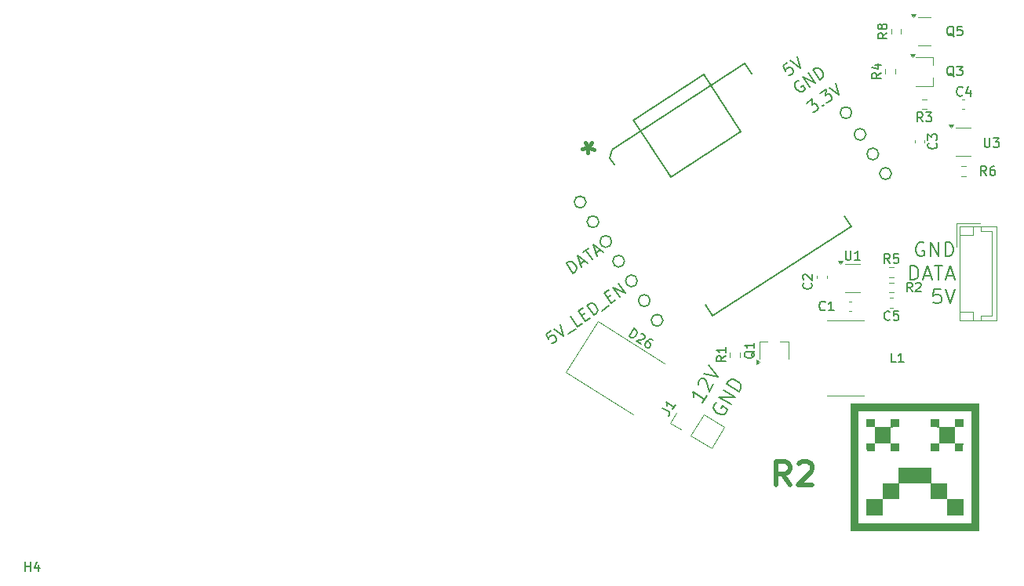
<source format=gbr>
%TF.GenerationSoftware,KiCad,Pcbnew,8.0.5*%
%TF.CreationDate,2025-03-21T14:04:30-04:00*%
%TF.ProjectId,rv_light,72765f6c-6967-4687-942e-6b696361645f,rev?*%
%TF.SameCoordinates,Original*%
%TF.FileFunction,Legend,Top*%
%TF.FilePolarity,Positive*%
%FSLAX46Y46*%
G04 Gerber Fmt 4.6, Leading zero omitted, Abs format (unit mm)*
G04 Created by KiCad (PCBNEW 8.0.5) date 2025-03-21 14:04:30*
%MOMM*%
%LPD*%
G01*
G04 APERTURE LIST*
%ADD10C,0.203200*%
%ADD11C,0.508000*%
%ADD12C,0.150000*%
%ADD13C,0.381000*%
%ADD14C,0.120000*%
%ADD15C,0.127000*%
%ADD16C,0.000000*%
G04 APERTURE END LIST*
D10*
X35718310Y48774848D02*
X35584544Y48755011D01*
X35584544Y48755011D02*
X35435926Y48650948D01*
X35435926Y48650948D02*
X35321996Y48497346D01*
X35321996Y48497346D02*
X35292293Y48328892D01*
X35292293Y48328892D02*
X35312130Y48195126D01*
X35312130Y48195126D02*
X35401341Y47962281D01*
X35401341Y47962281D02*
X35505405Y47813664D01*
X35505405Y47813664D02*
X35693695Y47650195D01*
X35693695Y47650195D02*
X35812609Y47585804D01*
X35812609Y47585804D02*
X35981063Y47556101D01*
X35981063Y47556101D02*
X36164368Y47610625D01*
X36164368Y47610625D02*
X36263447Y47680001D01*
X36263447Y47680001D02*
X36377377Y47833603D01*
X36377377Y47833603D02*
X36392228Y47917830D01*
X36392228Y47917830D02*
X36149414Y48264604D01*
X36149414Y48264604D02*
X35951257Y48125853D01*
X36907456Y48130941D02*
X36179014Y49171264D01*
X36179014Y49171264D02*
X37501927Y48547193D01*
X37501927Y48547193D02*
X36773485Y49587517D01*
X37997318Y48894071D02*
X37268876Y49934394D01*
X37268876Y49934394D02*
X37516572Y50107832D01*
X37516572Y50107832D02*
X37699878Y50162356D01*
X37699878Y50162356D02*
X37868331Y50132653D01*
X37868331Y50132653D02*
X37987246Y50068263D01*
X37987246Y50068263D02*
X38175536Y49904793D01*
X38175536Y49904793D02*
X38279599Y49756176D01*
X38279599Y49756176D02*
X38368811Y49523331D01*
X38368811Y49523331D02*
X38388647Y49389565D01*
X38388647Y49389565D02*
X38358944Y49221111D01*
X38358944Y49221111D02*
X38245014Y49067509D01*
X38245014Y49067509D02*
X37997318Y48894071D01*
X11356133Y27971499D02*
X10627691Y29011822D01*
X10627691Y29011822D02*
X10875387Y29185260D01*
X10875387Y29185260D02*
X11058692Y29239784D01*
X11058692Y29239784D02*
X11227146Y29210081D01*
X11227146Y29210081D02*
X11346061Y29145691D01*
X11346061Y29145691D02*
X11534351Y28982222D01*
X11534351Y28982222D02*
X11638414Y28833604D01*
X11638414Y28833604D02*
X11727626Y28600760D01*
X11727626Y28600760D02*
X11747462Y28466994D01*
X11747462Y28466994D02*
X11717759Y28298540D01*
X11717759Y28298540D02*
X11603829Y28144937D01*
X11603829Y28144937D02*
X11356133Y27971499D01*
X12138791Y28962488D02*
X12634183Y29309365D01*
X12247839Y28595878D02*
X11866171Y29879015D01*
X11866171Y29879015D02*
X12941387Y29081506D01*
X12411102Y30260579D02*
X13005572Y30676832D01*
X13436779Y29428383D02*
X12708337Y30468706D01*
X13823123Y30141870D02*
X14318515Y30488748D01*
X13932171Y29775260D02*
X13550503Y31058397D01*
X13550503Y31058397D02*
X14625720Y30260888D01*
X8931483Y21726806D02*
X8436091Y21379929D01*
X8436091Y21379929D02*
X8733429Y20849850D01*
X8733429Y20849850D02*
X8748281Y20934077D01*
X8748281Y20934077D02*
X8812671Y21052991D01*
X8812671Y21052991D02*
X9060367Y21226430D01*
X9060367Y21226430D02*
X9194134Y21246266D01*
X9194134Y21246266D02*
X9278360Y21231415D01*
X9278360Y21231415D02*
X9397275Y21167024D01*
X9397275Y21167024D02*
X9570714Y20919328D01*
X9570714Y20919328D02*
X9590550Y20785562D01*
X9590550Y20785562D02*
X9575698Y20701335D01*
X9575698Y20701335D02*
X9511308Y20582420D01*
X9511308Y20582420D02*
X9263612Y20408982D01*
X9263612Y20408982D02*
X9129846Y20389145D01*
X9129846Y20389145D02*
X9045619Y20403997D01*
X9278258Y21969621D02*
X10353474Y21172112D01*
X10353474Y21172112D02*
X9971807Y22455249D01*
X10868702Y21385222D02*
X11661329Y21940226D01*
X12335042Y22559620D02*
X11839650Y22212743D01*
X11839650Y22212743D02*
X11111208Y23253066D01*
X12300251Y23347365D02*
X12647025Y23590179D01*
X13177208Y23149311D02*
X12681816Y22802434D01*
X12681816Y22802434D02*
X11953374Y23842757D01*
X11953374Y23842757D02*
X12448766Y24189634D01*
X13623061Y23461501D02*
X12894619Y24501824D01*
X12894619Y24501824D02*
X13142315Y24675262D01*
X13142315Y24675262D02*
X13325620Y24729786D01*
X13325620Y24729786D02*
X13494074Y24700083D01*
X13494074Y24700083D02*
X13612988Y24635693D01*
X13612988Y24635693D02*
X13801279Y24472224D01*
X13801279Y24472224D02*
X13905342Y24323606D01*
X13905342Y24323606D02*
X13994553Y24090762D01*
X13994553Y24090762D02*
X14014390Y23956995D01*
X14014390Y23956995D02*
X13984687Y23788542D01*
X13984687Y23788542D02*
X13870757Y23634939D01*
X13870757Y23634939D02*
X13623061Y23461501D01*
X14485063Y23917426D02*
X15277690Y24472429D01*
X15074446Y25289877D02*
X15421220Y25532691D01*
X15951403Y25091823D02*
X15456011Y24744946D01*
X15456011Y24744946D02*
X14727569Y25785269D01*
X14727569Y25785269D02*
X15222961Y26132147D01*
X16397256Y25404013D02*
X15668814Y26444336D01*
X15668814Y26444336D02*
X16991726Y25820266D01*
X16991726Y25820266D02*
X16263284Y26860589D01*
X34491083Y50694699D02*
X33995691Y50347822D01*
X33995691Y50347822D02*
X34293029Y49817742D01*
X34293029Y49817742D02*
X34307881Y49901969D01*
X34307881Y49901969D02*
X34372271Y50020884D01*
X34372271Y50020884D02*
X34619967Y50194322D01*
X34619967Y50194322D02*
X34753733Y50214159D01*
X34753733Y50214159D02*
X34837960Y50199307D01*
X34837960Y50199307D02*
X34956875Y50134916D01*
X34956875Y50134916D02*
X35130313Y49887220D01*
X35130313Y49887220D02*
X35150150Y49753454D01*
X35150150Y49753454D02*
X35135298Y49669227D01*
X35135298Y49669227D02*
X35070908Y49550313D01*
X35070908Y49550313D02*
X34823212Y49376874D01*
X34823212Y49376874D02*
X34689445Y49357038D01*
X34689445Y49357038D02*
X34605219Y49371889D01*
X34837858Y50937513D02*
X35913074Y50140004D01*
X35913074Y50140004D02*
X35531406Y51423141D01*
X36563613Y46341446D02*
X37207622Y46792387D01*
X37207622Y46792387D02*
X37138350Y46153259D01*
X37138350Y46153259D02*
X37286967Y46257322D01*
X37286967Y46257322D02*
X37420733Y46277159D01*
X37420733Y46277159D02*
X37504960Y46262307D01*
X37504960Y46262307D02*
X37623875Y46197916D01*
X37623875Y46197916D02*
X37797313Y45950220D01*
X37797313Y45950220D02*
X37817150Y45816454D01*
X37817150Y45816454D02*
X37802298Y45732227D01*
X37802298Y45732227D02*
X37737908Y45613313D01*
X37737908Y45613313D02*
X37440672Y45405186D01*
X37440672Y45405186D02*
X37306906Y45385350D01*
X37306906Y45385350D02*
X37222679Y45400202D01*
X38312542Y46163332D02*
X38396769Y46148480D01*
X38396769Y46148480D02*
X38381917Y46064253D01*
X38381917Y46064253D02*
X38297690Y46079105D01*
X38297690Y46079105D02*
X38312542Y46163332D01*
X38312542Y46163332D02*
X38381917Y46064253D01*
X38049789Y47382078D02*
X38693798Y47833018D01*
X38693798Y47833018D02*
X38624526Y47193891D01*
X38624526Y47193891D02*
X38773143Y47297954D01*
X38773143Y47297954D02*
X38906909Y47317790D01*
X38906909Y47317790D02*
X38991136Y47302939D01*
X38991136Y47302939D02*
X39110051Y47238548D01*
X39110051Y47238548D02*
X39283490Y46990852D01*
X39283490Y46990852D02*
X39303326Y46857086D01*
X39303326Y46857086D02*
X39288474Y46772859D01*
X39288474Y46772859D02*
X39224084Y46653945D01*
X39224084Y46653945D02*
X38926848Y46445818D01*
X38926848Y46445818D02*
X38793082Y46425982D01*
X38793082Y46425982D02*
X38708855Y46440833D01*
X38991034Y48041145D02*
X40066250Y47243636D01*
X40066250Y47243636D02*
X39684582Y48526773D01*
D11*
X34755666Y5074363D02*
X33908999Y6283887D01*
X33304237Y5074363D02*
X33304237Y7614363D01*
X33304237Y7614363D02*
X34271856Y7614363D01*
X34271856Y7614363D02*
X34513761Y7493411D01*
X34513761Y7493411D02*
X34634714Y7372458D01*
X34634714Y7372458D02*
X34755666Y7130554D01*
X34755666Y7130554D02*
X34755666Y6767696D01*
X34755666Y6767696D02*
X34634714Y6525792D01*
X34634714Y6525792D02*
X34513761Y6404839D01*
X34513761Y6404839D02*
X34271856Y6283887D01*
X34271856Y6283887D02*
X33304237Y6283887D01*
X35723285Y7372458D02*
X35844237Y7493411D01*
X35844237Y7493411D02*
X36086142Y7614363D01*
X36086142Y7614363D02*
X36690904Y7614363D01*
X36690904Y7614363D02*
X36932809Y7493411D01*
X36932809Y7493411D02*
X37053761Y7372458D01*
X37053761Y7372458D02*
X37174714Y7130554D01*
X37174714Y7130554D02*
X37174714Y6888649D01*
X37174714Y6888649D02*
X37053761Y6525792D01*
X37053761Y6525792D02*
X35602333Y5074363D01*
X35602333Y5074363D02*
X37174714Y5074363D01*
D10*
X25792697Y14722207D02*
X25344172Y13975737D01*
X25568435Y14348972D02*
X24262112Y15133890D01*
X24262112Y15133890D02*
X24373975Y14897347D01*
X24373975Y14897347D02*
X24423633Y14698181D01*
X24423633Y14698181D02*
X24411084Y14536393D01*
X24909802Y15930018D02*
X24884973Y16029601D01*
X24884973Y16029601D02*
X24897522Y16191390D01*
X24897522Y16191390D02*
X25084407Y16502419D01*
X25084407Y16502419D02*
X25221367Y16589454D01*
X25221367Y16589454D02*
X25320950Y16614283D01*
X25320950Y16614283D02*
X25482738Y16601734D01*
X25482738Y16601734D02*
X25607150Y16526980D01*
X25607150Y16526980D02*
X25756391Y16352643D01*
X25756391Y16352643D02*
X26054336Y15157648D01*
X26054336Y15157648D02*
X26540238Y15966325D01*
X25458178Y17124478D02*
X27026140Y16775001D01*
X27026140Y16775001D02*
X25981456Y17995360D01*
X26815040Y13945748D02*
X26678080Y13858713D01*
X26678080Y13858713D02*
X26565949Y13672096D01*
X26565949Y13672096D02*
X26516023Y13448101D01*
X26516023Y13448101D02*
X26565681Y13248935D01*
X26565681Y13248935D02*
X26652716Y13111975D01*
X26652716Y13111975D02*
X26864162Y12900261D01*
X26864162Y12900261D02*
X27050780Y12788130D01*
X27050780Y12788130D02*
X27336980Y12700828D01*
X27336980Y12700828D02*
X27498769Y12688280D01*
X27498769Y12688280D02*
X27697935Y12737937D01*
X27697935Y12737937D02*
X27872272Y12887178D01*
X27872272Y12887178D02*
X27947026Y13011590D01*
X27947026Y13011590D02*
X27996951Y13235584D01*
X27996951Y13235584D02*
X27972122Y13335167D01*
X27972122Y13335167D02*
X27536681Y13596806D01*
X27536681Y13596806D02*
X27387173Y13347983D01*
X28432927Y13820266D02*
X27126604Y14605184D01*
X27126604Y14605184D02*
X28881452Y14566736D01*
X28881452Y14566736D02*
X27575129Y15351654D01*
X29255222Y15188794D02*
X27948899Y15973712D01*
X27948899Y15973712D02*
X28135784Y16284741D01*
X28135784Y16284741D02*
X28310121Y16433982D01*
X28310121Y16433982D02*
X28509287Y16483640D01*
X28509287Y16483640D02*
X28671076Y16471091D01*
X28671076Y16471091D02*
X28957276Y16383789D01*
X28957276Y16383789D02*
X29143894Y16271658D01*
X29143894Y16271658D02*
X29355340Y16059944D01*
X29355340Y16059944D02*
X29442375Y15922984D01*
X29442375Y15922984D02*
X29492033Y15723818D01*
X29492033Y15723818D02*
X29442107Y15499823D01*
X29442107Y15499823D02*
X29255222Y15188794D01*
X49214887Y31236964D02*
X49069745Y31309535D01*
X49069745Y31309535D02*
X48852030Y31309535D01*
X48852030Y31309535D02*
X48634316Y31236964D01*
X48634316Y31236964D02*
X48489173Y31091821D01*
X48489173Y31091821D02*
X48416602Y30946678D01*
X48416602Y30946678D02*
X48344030Y30656392D01*
X48344030Y30656392D02*
X48344030Y30438678D01*
X48344030Y30438678D02*
X48416602Y30148392D01*
X48416602Y30148392D02*
X48489173Y30003249D01*
X48489173Y30003249D02*
X48634316Y29858107D01*
X48634316Y29858107D02*
X48852030Y29785535D01*
X48852030Y29785535D02*
X48997173Y29785535D01*
X48997173Y29785535D02*
X49214887Y29858107D01*
X49214887Y29858107D02*
X49287459Y29930678D01*
X49287459Y29930678D02*
X49287459Y30438678D01*
X49287459Y30438678D02*
X48997173Y30438678D01*
X49940602Y29785535D02*
X49940602Y31309535D01*
X49940602Y31309535D02*
X50811459Y29785535D01*
X50811459Y29785535D02*
X50811459Y31309535D01*
X51537173Y29785535D02*
X51537173Y31309535D01*
X51537173Y31309535D02*
X51900030Y31309535D01*
X51900030Y31309535D02*
X52117744Y31236964D01*
X52117744Y31236964D02*
X52262887Y31091821D01*
X52262887Y31091821D02*
X52335458Y30946678D01*
X52335458Y30946678D02*
X52408030Y30656392D01*
X52408030Y30656392D02*
X52408030Y30438678D01*
X52408030Y30438678D02*
X52335458Y30148392D01*
X52335458Y30148392D02*
X52262887Y30003249D01*
X52262887Y30003249D02*
X52117744Y29858107D01*
X52117744Y29858107D02*
X51900030Y29785535D01*
X51900030Y29785535D02*
X51537173Y29785535D01*
X47763458Y27245535D02*
X47763458Y28769535D01*
X47763458Y28769535D02*
X48126315Y28769535D01*
X48126315Y28769535D02*
X48344029Y28696964D01*
X48344029Y28696964D02*
X48489172Y28551821D01*
X48489172Y28551821D02*
X48561743Y28406678D01*
X48561743Y28406678D02*
X48634315Y28116392D01*
X48634315Y28116392D02*
X48634315Y27898678D01*
X48634315Y27898678D02*
X48561743Y27608392D01*
X48561743Y27608392D02*
X48489172Y27463249D01*
X48489172Y27463249D02*
X48344029Y27318107D01*
X48344029Y27318107D02*
X48126315Y27245535D01*
X48126315Y27245535D02*
X47763458Y27245535D01*
X49214886Y27680964D02*
X49940601Y27680964D01*
X49069743Y27245535D02*
X49577743Y28769535D01*
X49577743Y28769535D02*
X50085743Y27245535D01*
X50376029Y28769535D02*
X51246887Y28769535D01*
X50811458Y27245535D02*
X50811458Y28769535D01*
X51682315Y27680964D02*
X52408030Y27680964D01*
X51537172Y27245535D02*
X52045172Y28769535D01*
X52045172Y28769535D02*
X52553172Y27245535D01*
X51029172Y26229535D02*
X50303458Y26229535D01*
X50303458Y26229535D02*
X50230886Y25503821D01*
X50230886Y25503821D02*
X50303458Y25576392D01*
X50303458Y25576392D02*
X50448601Y25648964D01*
X50448601Y25648964D02*
X50811458Y25648964D01*
X50811458Y25648964D02*
X50956601Y25576392D01*
X50956601Y25576392D02*
X51029172Y25503821D01*
X51029172Y25503821D02*
X51101743Y25358678D01*
X51101743Y25358678D02*
X51101743Y24995821D01*
X51101743Y24995821D02*
X51029172Y24850678D01*
X51029172Y24850678D02*
X50956601Y24778107D01*
X50956601Y24778107D02*
X50811458Y24705535D01*
X50811458Y24705535D02*
X50448601Y24705535D01*
X50448601Y24705535D02*
X50303458Y24778107D01*
X50303458Y24778107D02*
X50230886Y24850678D01*
X51537172Y26229535D02*
X52045172Y24705535D01*
X52045172Y24705535D02*
X52553172Y26229535D01*
D12*
X17411878Y21133761D02*
X17941798Y21981810D01*
X17941798Y21981810D02*
X18143714Y21855638D01*
X18143714Y21855638D02*
X18239629Y21739552D01*
X18239629Y21739552D02*
X18269927Y21608317D01*
X18269927Y21608317D02*
X18259842Y21502317D01*
X18259842Y21502317D02*
X18199288Y21315549D01*
X18199288Y21315549D02*
X18123586Y21194400D01*
X18123586Y21194400D02*
X17982265Y21058101D01*
X17982265Y21058101D02*
X17891414Y21002569D01*
X17891414Y21002569D02*
X17760179Y20972271D01*
X17760179Y20972271D02*
X17613795Y21007590D01*
X17613795Y21007590D02*
X17411878Y21133761D01*
X18698994Y21396358D02*
X18764612Y21411507D01*
X18764612Y21411507D02*
X18870612Y21401422D01*
X18870612Y21401422D02*
X19072528Y21275251D01*
X19072528Y21275251D02*
X19128061Y21184399D01*
X19128061Y21184399D02*
X19143210Y21118781D01*
X19143210Y21118781D02*
X19133124Y21012781D01*
X19133124Y21012781D02*
X19082656Y20932014D01*
X19082656Y20932014D02*
X18966570Y20836099D01*
X18966570Y20836099D02*
X18179160Y20654311D01*
X18179160Y20654311D02*
X18704142Y20326265D01*
X19960960Y20720097D02*
X19799427Y20821034D01*
X19799427Y20821034D02*
X19693426Y20831119D01*
X19693426Y20831119D02*
X19627809Y20815970D01*
X19627809Y20815970D02*
X19471339Y20745289D01*
X19471339Y20745289D02*
X19330019Y20608990D01*
X19330019Y20608990D02*
X19128145Y20285924D01*
X19128145Y20285924D02*
X19118060Y20179924D01*
X19118060Y20179924D02*
X19133209Y20114306D01*
X19133209Y20114306D02*
X19188741Y20023454D01*
X19188741Y20023454D02*
X19350274Y19922517D01*
X19350274Y19922517D02*
X19456275Y19912432D01*
X19456275Y19912432D02*
X19521892Y19927581D01*
X19521892Y19927581D02*
X19612744Y19983113D01*
X19612744Y19983113D02*
X19738915Y20185030D01*
X19738915Y20185030D02*
X19749001Y20291030D01*
X19749001Y20291030D02*
X19733852Y20356648D01*
X19733852Y20356648D02*
X19678319Y20447500D01*
X19678319Y20447500D02*
X19516786Y20548437D01*
X19516786Y20548437D02*
X19410786Y20558522D01*
X19410786Y20558522D02*
X19345168Y20543373D01*
X19345168Y20543373D02*
X19254316Y20487841D01*
X46188333Y18341180D02*
X45712143Y18341180D01*
X45712143Y18341180D02*
X45712143Y19341180D01*
X47045476Y18341180D02*
X46474048Y18341180D01*
X46759762Y18341180D02*
X46759762Y19341180D01*
X46759762Y19341180D02*
X46664524Y19198323D01*
X46664524Y19198323D02*
X46569286Y19103085D01*
X46569286Y19103085D02*
X46474048Y19055466D01*
X45252819Y53935333D02*
X44776628Y53602000D01*
X45252819Y53363905D02*
X44252819Y53363905D01*
X44252819Y53363905D02*
X44252819Y53744857D01*
X44252819Y53744857D02*
X44300438Y53840095D01*
X44300438Y53840095D02*
X44348057Y53887714D01*
X44348057Y53887714D02*
X44443295Y53935333D01*
X44443295Y53935333D02*
X44586152Y53935333D01*
X44586152Y53935333D02*
X44681390Y53887714D01*
X44681390Y53887714D02*
X44729009Y53840095D01*
X44729009Y53840095D02*
X44776628Y53744857D01*
X44776628Y53744857D02*
X44776628Y53363905D01*
X44681390Y54506762D02*
X44633771Y54411524D01*
X44633771Y54411524D02*
X44586152Y54363905D01*
X44586152Y54363905D02*
X44490914Y54316286D01*
X44490914Y54316286D02*
X44443295Y54316286D01*
X44443295Y54316286D02*
X44348057Y54363905D01*
X44348057Y54363905D02*
X44300438Y54411524D01*
X44300438Y54411524D02*
X44252819Y54506762D01*
X44252819Y54506762D02*
X44252819Y54697238D01*
X44252819Y54697238D02*
X44300438Y54792476D01*
X44300438Y54792476D02*
X44348057Y54840095D01*
X44348057Y54840095D02*
X44443295Y54887714D01*
X44443295Y54887714D02*
X44490914Y54887714D01*
X44490914Y54887714D02*
X44586152Y54840095D01*
X44586152Y54840095D02*
X44633771Y54792476D01*
X44633771Y54792476D02*
X44681390Y54697238D01*
X44681390Y54697238D02*
X44681390Y54506762D01*
X44681390Y54506762D02*
X44729009Y54411524D01*
X44729009Y54411524D02*
X44776628Y54363905D01*
X44776628Y54363905D02*
X44871866Y54316286D01*
X44871866Y54316286D02*
X45062342Y54316286D01*
X45062342Y54316286D02*
X45157580Y54363905D01*
X45157580Y54363905D02*
X45205200Y54411524D01*
X45205200Y54411524D02*
X45252819Y54506762D01*
X45252819Y54506762D02*
X45252819Y54697238D01*
X45252819Y54697238D02*
X45205200Y54792476D01*
X45205200Y54792476D02*
X45157580Y54840095D01*
X45157580Y54840095D02*
X45062342Y54887714D01*
X45062342Y54887714D02*
X44871866Y54887714D01*
X44871866Y54887714D02*
X44776628Y54840095D01*
X44776628Y54840095D02*
X44729009Y54792476D01*
X44729009Y54792476D02*
X44681390Y54697238D01*
X55967333Y38534180D02*
X55634000Y39010371D01*
X55395905Y38534180D02*
X55395905Y39534180D01*
X55395905Y39534180D02*
X55776857Y39534180D01*
X55776857Y39534180D02*
X55872095Y39486561D01*
X55872095Y39486561D02*
X55919714Y39438942D01*
X55919714Y39438942D02*
X55967333Y39343704D01*
X55967333Y39343704D02*
X55967333Y39200847D01*
X55967333Y39200847D02*
X55919714Y39105609D01*
X55919714Y39105609D02*
X55872095Y39057990D01*
X55872095Y39057990D02*
X55776857Y39010371D01*
X55776857Y39010371D02*
X55395905Y39010371D01*
X56824476Y39534180D02*
X56634000Y39534180D01*
X56634000Y39534180D02*
X56538762Y39486561D01*
X56538762Y39486561D02*
X56491143Y39438942D01*
X56491143Y39438942D02*
X56395905Y39296085D01*
X56395905Y39296085D02*
X56348286Y39105609D01*
X56348286Y39105609D02*
X56348286Y38724657D01*
X56348286Y38724657D02*
X56395905Y38629419D01*
X56395905Y38629419D02*
X56443524Y38581800D01*
X56443524Y38581800D02*
X56538762Y38534180D01*
X56538762Y38534180D02*
X56729238Y38534180D01*
X56729238Y38534180D02*
X56824476Y38581800D01*
X56824476Y38581800D02*
X56872095Y38629419D01*
X56872095Y38629419D02*
X56919714Y38724657D01*
X56919714Y38724657D02*
X56919714Y38962752D01*
X56919714Y38962752D02*
X56872095Y39057990D01*
X56872095Y39057990D02*
X56824476Y39105609D01*
X56824476Y39105609D02*
X56729238Y39153228D01*
X56729238Y39153228D02*
X56538762Y39153228D01*
X56538762Y39153228D02*
X56443524Y39105609D01*
X56443524Y39105609D02*
X56395905Y39057990D01*
X56395905Y39057990D02*
X56348286Y38962752D01*
X44617819Y49617333D02*
X44141628Y49284000D01*
X44617819Y49045905D02*
X43617819Y49045905D01*
X43617819Y49045905D02*
X43617819Y49426857D01*
X43617819Y49426857D02*
X43665438Y49522095D01*
X43665438Y49522095D02*
X43713057Y49569714D01*
X43713057Y49569714D02*
X43808295Y49617333D01*
X43808295Y49617333D02*
X43951152Y49617333D01*
X43951152Y49617333D02*
X44046390Y49569714D01*
X44046390Y49569714D02*
X44094009Y49522095D01*
X44094009Y49522095D02*
X44141628Y49426857D01*
X44141628Y49426857D02*
X44141628Y49045905D01*
X43951152Y50474476D02*
X44617819Y50474476D01*
X43570200Y50236381D02*
X44284485Y49998286D01*
X44284485Y49998286D02*
X44284485Y50617333D01*
X49109333Y44343180D02*
X48776000Y44819371D01*
X48537905Y44343180D02*
X48537905Y45343180D01*
X48537905Y45343180D02*
X48918857Y45343180D01*
X48918857Y45343180D02*
X49014095Y45295561D01*
X49014095Y45295561D02*
X49061714Y45247942D01*
X49061714Y45247942D02*
X49109333Y45152704D01*
X49109333Y45152704D02*
X49109333Y45009847D01*
X49109333Y45009847D02*
X49061714Y44914609D01*
X49061714Y44914609D02*
X49014095Y44866990D01*
X49014095Y44866990D02*
X48918857Y44819371D01*
X48918857Y44819371D02*
X48537905Y44819371D01*
X49442667Y45343180D02*
X50061714Y45343180D01*
X50061714Y45343180D02*
X49728381Y44962228D01*
X49728381Y44962228D02*
X49871238Y44962228D01*
X49871238Y44962228D02*
X49966476Y44914609D01*
X49966476Y44914609D02*
X50014095Y44866990D01*
X50014095Y44866990D02*
X50061714Y44771752D01*
X50061714Y44771752D02*
X50061714Y44533657D01*
X50061714Y44533657D02*
X50014095Y44438419D01*
X50014095Y44438419D02*
X49966476Y44390800D01*
X49966476Y44390800D02*
X49871238Y44343180D01*
X49871238Y44343180D02*
X49585524Y44343180D01*
X49585524Y44343180D02*
X49490286Y44390800D01*
X49490286Y44390800D02*
X49442667Y44438419D01*
X27853819Y19010333D02*
X27377628Y18677000D01*
X27853819Y18438905D02*
X26853819Y18438905D01*
X26853819Y18438905D02*
X26853819Y18819857D01*
X26853819Y18819857D02*
X26901438Y18915095D01*
X26901438Y18915095D02*
X26949057Y18962714D01*
X26949057Y18962714D02*
X27044295Y19010333D01*
X27044295Y19010333D02*
X27187152Y19010333D01*
X27187152Y19010333D02*
X27282390Y18962714D01*
X27282390Y18962714D02*
X27330009Y18915095D01*
X27330009Y18915095D02*
X27377628Y18819857D01*
X27377628Y18819857D02*
X27377628Y18438905D01*
X27853819Y19962714D02*
X27853819Y19391286D01*
X27853819Y19677000D02*
X26853819Y19677000D01*
X26853819Y19677000D02*
X26996676Y19581762D01*
X26996676Y19581762D02*
X27091914Y19486524D01*
X27091914Y19486524D02*
X27139533Y19391286D01*
X45553333Y22975419D02*
X45505714Y22927800D01*
X45505714Y22927800D02*
X45362857Y22880180D01*
X45362857Y22880180D02*
X45267619Y22880180D01*
X45267619Y22880180D02*
X45124762Y22927800D01*
X45124762Y22927800D02*
X45029524Y23023038D01*
X45029524Y23023038D02*
X44981905Y23118276D01*
X44981905Y23118276D02*
X44934286Y23308752D01*
X44934286Y23308752D02*
X44934286Y23451609D01*
X44934286Y23451609D02*
X44981905Y23642085D01*
X44981905Y23642085D02*
X45029524Y23737323D01*
X45029524Y23737323D02*
X45124762Y23832561D01*
X45124762Y23832561D02*
X45267619Y23880180D01*
X45267619Y23880180D02*
X45362857Y23880180D01*
X45362857Y23880180D02*
X45505714Y23832561D01*
X45505714Y23832561D02*
X45553333Y23784942D01*
X46458095Y23880180D02*
X45981905Y23880180D01*
X45981905Y23880180D02*
X45934286Y23403990D01*
X45934286Y23403990D02*
X45981905Y23451609D01*
X45981905Y23451609D02*
X46077143Y23499228D01*
X46077143Y23499228D02*
X46315238Y23499228D01*
X46315238Y23499228D02*
X46410476Y23451609D01*
X46410476Y23451609D02*
X46458095Y23403990D01*
X46458095Y23403990D02*
X46505714Y23308752D01*
X46505714Y23308752D02*
X46505714Y23070657D01*
X46505714Y23070657D02*
X46458095Y22975419D01*
X46458095Y22975419D02*
X46410476Y22927800D01*
X46410476Y22927800D02*
X46315238Y22880180D01*
X46315238Y22880180D02*
X46077143Y22880180D01*
X46077143Y22880180D02*
X45981905Y22927800D01*
X45981905Y22927800D02*
X45934286Y22975419D01*
X53394333Y47204419D02*
X53346714Y47156800D01*
X53346714Y47156800D02*
X53203857Y47109180D01*
X53203857Y47109180D02*
X53108619Y47109180D01*
X53108619Y47109180D02*
X52965762Y47156800D01*
X52965762Y47156800D02*
X52870524Y47252038D01*
X52870524Y47252038D02*
X52822905Y47347276D01*
X52822905Y47347276D02*
X52775286Y47537752D01*
X52775286Y47537752D02*
X52775286Y47680609D01*
X52775286Y47680609D02*
X52822905Y47871085D01*
X52822905Y47871085D02*
X52870524Y47966323D01*
X52870524Y47966323D02*
X52965762Y48061561D01*
X52965762Y48061561D02*
X53108619Y48109180D01*
X53108619Y48109180D02*
X53203857Y48109180D01*
X53203857Y48109180D02*
X53346714Y48061561D01*
X53346714Y48061561D02*
X53394333Y48013942D01*
X54251476Y47775847D02*
X54251476Y47109180D01*
X54013381Y48156800D02*
X53775286Y47442514D01*
X53775286Y47442514D02*
X54394333Y47442514D01*
X50557580Y42035833D02*
X50605200Y41988214D01*
X50605200Y41988214D02*
X50652819Y41845357D01*
X50652819Y41845357D02*
X50652819Y41750119D01*
X50652819Y41750119D02*
X50605200Y41607262D01*
X50605200Y41607262D02*
X50509961Y41512024D01*
X50509961Y41512024D02*
X50414723Y41464405D01*
X50414723Y41464405D02*
X50224247Y41416786D01*
X50224247Y41416786D02*
X50081390Y41416786D01*
X50081390Y41416786D02*
X49890914Y41464405D01*
X49890914Y41464405D02*
X49795676Y41512024D01*
X49795676Y41512024D02*
X49700438Y41607262D01*
X49700438Y41607262D02*
X49652819Y41750119D01*
X49652819Y41750119D02*
X49652819Y41845357D01*
X49652819Y41845357D02*
X49700438Y41988214D01*
X49700438Y41988214D02*
X49748057Y42035833D01*
X49652819Y42369167D02*
X49652819Y42988214D01*
X49652819Y42988214D02*
X50033771Y42654881D01*
X50033771Y42654881D02*
X50033771Y42797738D01*
X50033771Y42797738D02*
X50081390Y42892976D01*
X50081390Y42892976D02*
X50129009Y42940595D01*
X50129009Y42940595D02*
X50224247Y42988214D01*
X50224247Y42988214D02*
X50462342Y42988214D01*
X50462342Y42988214D02*
X50557580Y42940595D01*
X50557580Y42940595D02*
X50605200Y42892976D01*
X50605200Y42892976D02*
X50652819Y42797738D01*
X50652819Y42797738D02*
X50652819Y42512024D01*
X50652819Y42512024D02*
X50605200Y42416786D01*
X50605200Y42416786D02*
X50557580Y42369167D01*
X38568333Y24024419D02*
X38520714Y23976800D01*
X38520714Y23976800D02*
X38377857Y23929180D01*
X38377857Y23929180D02*
X38282619Y23929180D01*
X38282619Y23929180D02*
X38139762Y23976800D01*
X38139762Y23976800D02*
X38044524Y24072038D01*
X38044524Y24072038D02*
X37996905Y24167276D01*
X37996905Y24167276D02*
X37949286Y24357752D01*
X37949286Y24357752D02*
X37949286Y24500609D01*
X37949286Y24500609D02*
X37996905Y24691085D01*
X37996905Y24691085D02*
X38044524Y24786323D01*
X38044524Y24786323D02*
X38139762Y24881561D01*
X38139762Y24881561D02*
X38282619Y24929180D01*
X38282619Y24929180D02*
X38377857Y24929180D01*
X38377857Y24929180D02*
X38520714Y24881561D01*
X38520714Y24881561D02*
X38568333Y24833942D01*
X39520714Y23929180D02*
X38949286Y23929180D01*
X39235000Y23929180D02*
X39235000Y24929180D01*
X39235000Y24929180D02*
X39139762Y24786323D01*
X39139762Y24786323D02*
X39044524Y24691085D01*
X39044524Y24691085D02*
X38949286Y24643466D01*
X30970057Y19542543D02*
X30922438Y19447305D01*
X30922438Y19447305D02*
X30827200Y19352067D01*
X30827200Y19352067D02*
X30684342Y19209210D01*
X30684342Y19209210D02*
X30636723Y19113972D01*
X30636723Y19113972D02*
X30636723Y19018734D01*
X30874819Y19066353D02*
X30827200Y18971115D01*
X30827200Y18971115D02*
X30731961Y18875877D01*
X30731961Y18875877D02*
X30541485Y18828258D01*
X30541485Y18828258D02*
X30208152Y18828258D01*
X30208152Y18828258D02*
X30017676Y18875877D01*
X30017676Y18875877D02*
X29922438Y18971115D01*
X29922438Y18971115D02*
X29874819Y19066353D01*
X29874819Y19066353D02*
X29874819Y19256829D01*
X29874819Y19256829D02*
X29922438Y19352067D01*
X29922438Y19352067D02*
X30017676Y19447305D01*
X30017676Y19447305D02*
X30208152Y19494924D01*
X30208152Y19494924D02*
X30541485Y19494924D01*
X30541485Y19494924D02*
X30731961Y19447305D01*
X30731961Y19447305D02*
X30827200Y19352067D01*
X30827200Y19352067D02*
X30874819Y19256829D01*
X30874819Y19256829D02*
X30874819Y19066353D01*
X30874819Y20447305D02*
X30874819Y19875877D01*
X30874819Y20161591D02*
X29874819Y20161591D01*
X29874819Y20161591D02*
X30017676Y20066353D01*
X30017676Y20066353D02*
X30112914Y19971115D01*
X30112914Y19971115D02*
X30160533Y19875877D01*
X52482761Y49233942D02*
X52387523Y49281561D01*
X52387523Y49281561D02*
X52292285Y49376800D01*
X52292285Y49376800D02*
X52149428Y49519657D01*
X52149428Y49519657D02*
X52054190Y49567276D01*
X52054190Y49567276D02*
X51958952Y49567276D01*
X52006571Y49329180D02*
X51911333Y49376800D01*
X51911333Y49376800D02*
X51816095Y49472038D01*
X51816095Y49472038D02*
X51768476Y49662514D01*
X51768476Y49662514D02*
X51768476Y49995847D01*
X51768476Y49995847D02*
X51816095Y50186323D01*
X51816095Y50186323D02*
X51911333Y50281561D01*
X51911333Y50281561D02*
X52006571Y50329180D01*
X52006571Y50329180D02*
X52197047Y50329180D01*
X52197047Y50329180D02*
X52292285Y50281561D01*
X52292285Y50281561D02*
X52387523Y50186323D01*
X52387523Y50186323D02*
X52435142Y49995847D01*
X52435142Y49995847D02*
X52435142Y49662514D01*
X52435142Y49662514D02*
X52387523Y49472038D01*
X52387523Y49472038D02*
X52292285Y49376800D01*
X52292285Y49376800D02*
X52197047Y49329180D01*
X52197047Y49329180D02*
X52006571Y49329180D01*
X52768476Y50329180D02*
X53387523Y50329180D01*
X53387523Y50329180D02*
X53054190Y49948228D01*
X53054190Y49948228D02*
X53197047Y49948228D01*
X53197047Y49948228D02*
X53292285Y49900609D01*
X53292285Y49900609D02*
X53339904Y49852990D01*
X53339904Y49852990D02*
X53387523Y49757752D01*
X53387523Y49757752D02*
X53387523Y49519657D01*
X53387523Y49519657D02*
X53339904Y49424419D01*
X53339904Y49424419D02*
X53292285Y49376800D01*
X53292285Y49376800D02*
X53197047Y49329180D01*
X53197047Y49329180D02*
X52911333Y49329180D01*
X52911333Y49329180D02*
X52816095Y49376800D01*
X52816095Y49376800D02*
X52768476Y49424419D01*
X55753095Y42582180D02*
X55753095Y41772657D01*
X55753095Y41772657D02*
X55800714Y41677419D01*
X55800714Y41677419D02*
X55848333Y41629800D01*
X55848333Y41629800D02*
X55943571Y41582180D01*
X55943571Y41582180D02*
X56134047Y41582180D01*
X56134047Y41582180D02*
X56229285Y41629800D01*
X56229285Y41629800D02*
X56276904Y41677419D01*
X56276904Y41677419D02*
X56324523Y41772657D01*
X56324523Y41772657D02*
X56324523Y42582180D01*
X56705476Y42582180D02*
X57324523Y42582180D01*
X57324523Y42582180D02*
X56991190Y42201228D01*
X56991190Y42201228D02*
X57134047Y42201228D01*
X57134047Y42201228D02*
X57229285Y42153609D01*
X57229285Y42153609D02*
X57276904Y42105990D01*
X57276904Y42105990D02*
X57324523Y42010752D01*
X57324523Y42010752D02*
X57324523Y41772657D01*
X57324523Y41772657D02*
X57276904Y41677419D01*
X57276904Y41677419D02*
X57229285Y41629800D01*
X57229285Y41629800D02*
X57134047Y41582180D01*
X57134047Y41582180D02*
X56848333Y41582180D01*
X56848333Y41582180D02*
X56753095Y41629800D01*
X56753095Y41629800D02*
X56705476Y41677419D01*
X47966333Y25961180D02*
X47633000Y26437371D01*
X47394905Y25961180D02*
X47394905Y26961180D01*
X47394905Y26961180D02*
X47775857Y26961180D01*
X47775857Y26961180D02*
X47871095Y26913561D01*
X47871095Y26913561D02*
X47918714Y26865942D01*
X47918714Y26865942D02*
X47966333Y26770704D01*
X47966333Y26770704D02*
X47966333Y26627847D01*
X47966333Y26627847D02*
X47918714Y26532609D01*
X47918714Y26532609D02*
X47871095Y26484990D01*
X47871095Y26484990D02*
X47775857Y26437371D01*
X47775857Y26437371D02*
X47394905Y26437371D01*
X48347286Y26865942D02*
X48394905Y26913561D01*
X48394905Y26913561D02*
X48490143Y26961180D01*
X48490143Y26961180D02*
X48728238Y26961180D01*
X48728238Y26961180D02*
X48823476Y26913561D01*
X48823476Y26913561D02*
X48871095Y26865942D01*
X48871095Y26865942D02*
X48918714Y26770704D01*
X48918714Y26770704D02*
X48918714Y26675466D01*
X48918714Y26675466D02*
X48871095Y26532609D01*
X48871095Y26532609D02*
X48299667Y25961180D01*
X48299667Y25961180D02*
X48918714Y25961180D01*
X-47755802Y-4256046D02*
X-47755802Y-3256046D01*
X-47755802Y-3732236D02*
X-47184374Y-3732236D01*
X-47184374Y-4256046D02*
X-47184374Y-3256046D01*
X-46279612Y-3589379D02*
X-46279612Y-4256046D01*
X-46517707Y-3208427D02*
X-46755802Y-3922712D01*
X-46755802Y-3922712D02*
X-46136755Y-3922712D01*
X21035918Y13408781D02*
X21648180Y13040897D01*
X21648180Y13040897D02*
X21746107Y12926502D01*
X21746107Y12926502D02*
X21778691Y12795816D01*
X21778691Y12795816D02*
X21745931Y12648838D01*
X21745931Y12648838D02*
X21696880Y12567203D01*
X22408123Y13750910D02*
X22113816Y13261100D01*
X22260970Y13506005D02*
X21403802Y14021043D01*
X21403802Y14021043D02*
X21477203Y13865832D01*
X21477203Y13865832D02*
X21509787Y13735145D01*
X21509787Y13735145D02*
X21501553Y13628985D01*
D13*
X12693743Y42065659D02*
X13023120Y41558463D01*
X12384174Y41431964D02*
X13023120Y41558463D01*
X13023120Y41558463D02*
X13398566Y42090718D01*
X12982304Y40955080D02*
X13023120Y41558463D01*
X13023120Y41558463D02*
X13590940Y41350332D01*
D12*
X45553333Y29042180D02*
X45220000Y29518371D01*
X44981905Y29042180D02*
X44981905Y30042180D01*
X44981905Y30042180D02*
X45362857Y30042180D01*
X45362857Y30042180D02*
X45458095Y29994561D01*
X45458095Y29994561D02*
X45505714Y29946942D01*
X45505714Y29946942D02*
X45553333Y29851704D01*
X45553333Y29851704D02*
X45553333Y29708847D01*
X45553333Y29708847D02*
X45505714Y29613609D01*
X45505714Y29613609D02*
X45458095Y29565990D01*
X45458095Y29565990D02*
X45362857Y29518371D01*
X45362857Y29518371D02*
X44981905Y29518371D01*
X46458095Y30042180D02*
X45981905Y30042180D01*
X45981905Y30042180D02*
X45934286Y29565990D01*
X45934286Y29565990D02*
X45981905Y29613609D01*
X45981905Y29613609D02*
X46077143Y29661228D01*
X46077143Y29661228D02*
X46315238Y29661228D01*
X46315238Y29661228D02*
X46410476Y29613609D01*
X46410476Y29613609D02*
X46458095Y29565990D01*
X46458095Y29565990D02*
X46505714Y29470752D01*
X46505714Y29470752D02*
X46505714Y29232657D01*
X46505714Y29232657D02*
X46458095Y29137419D01*
X46458095Y29137419D02*
X46410476Y29089800D01*
X46410476Y29089800D02*
X46315238Y29042180D01*
X46315238Y29042180D02*
X46077143Y29042180D01*
X46077143Y29042180D02*
X45981905Y29089800D01*
X45981905Y29089800D02*
X45934286Y29137419D01*
X40767095Y30390180D02*
X40767095Y29580657D01*
X40767095Y29580657D02*
X40814714Y29485419D01*
X40814714Y29485419D02*
X40862333Y29437800D01*
X40862333Y29437800D02*
X40957571Y29390180D01*
X40957571Y29390180D02*
X41148047Y29390180D01*
X41148047Y29390180D02*
X41243285Y29437800D01*
X41243285Y29437800D02*
X41290904Y29485419D01*
X41290904Y29485419D02*
X41338523Y29580657D01*
X41338523Y29580657D02*
X41338523Y30390180D01*
X42338523Y29390180D02*
X41767095Y29390180D01*
X42052809Y29390180D02*
X42052809Y30390180D01*
X42052809Y30390180D02*
X41957571Y30247323D01*
X41957571Y30247323D02*
X41862333Y30152085D01*
X41862333Y30152085D02*
X41767095Y30104466D01*
X37062580Y26884333D02*
X37110200Y26836714D01*
X37110200Y26836714D02*
X37157819Y26693857D01*
X37157819Y26693857D02*
X37157819Y26598619D01*
X37157819Y26598619D02*
X37110200Y26455762D01*
X37110200Y26455762D02*
X37014961Y26360524D01*
X37014961Y26360524D02*
X36919723Y26312905D01*
X36919723Y26312905D02*
X36729247Y26265286D01*
X36729247Y26265286D02*
X36586390Y26265286D01*
X36586390Y26265286D02*
X36395914Y26312905D01*
X36395914Y26312905D02*
X36300676Y26360524D01*
X36300676Y26360524D02*
X36205438Y26455762D01*
X36205438Y26455762D02*
X36157819Y26598619D01*
X36157819Y26598619D02*
X36157819Y26693857D01*
X36157819Y26693857D02*
X36205438Y26836714D01*
X36205438Y26836714D02*
X36253057Y26884333D01*
X36253057Y27265286D02*
X36205438Y27312905D01*
X36205438Y27312905D02*
X36157819Y27408143D01*
X36157819Y27408143D02*
X36157819Y27646238D01*
X36157819Y27646238D02*
X36205438Y27741476D01*
X36205438Y27741476D02*
X36253057Y27789095D01*
X36253057Y27789095D02*
X36348295Y27836714D01*
X36348295Y27836714D02*
X36443533Y27836714D01*
X36443533Y27836714D02*
X36586390Y27789095D01*
X36586390Y27789095D02*
X37157819Y27217667D01*
X37157819Y27217667D02*
X37157819Y27836714D01*
X52482761Y53551942D02*
X52387523Y53599561D01*
X52387523Y53599561D02*
X52292285Y53694800D01*
X52292285Y53694800D02*
X52149428Y53837657D01*
X52149428Y53837657D02*
X52054190Y53885276D01*
X52054190Y53885276D02*
X51958952Y53885276D01*
X52006571Y53647180D02*
X51911333Y53694800D01*
X51911333Y53694800D02*
X51816095Y53790038D01*
X51816095Y53790038D02*
X51768476Y53980514D01*
X51768476Y53980514D02*
X51768476Y54313847D01*
X51768476Y54313847D02*
X51816095Y54504323D01*
X51816095Y54504323D02*
X51911333Y54599561D01*
X51911333Y54599561D02*
X52006571Y54647180D01*
X52006571Y54647180D02*
X52197047Y54647180D01*
X52197047Y54647180D02*
X52292285Y54599561D01*
X52292285Y54599561D02*
X52387523Y54504323D01*
X52387523Y54504323D02*
X52435142Y54313847D01*
X52435142Y54313847D02*
X52435142Y53980514D01*
X52435142Y53980514D02*
X52387523Y53790038D01*
X52387523Y53790038D02*
X52292285Y53694800D01*
X52292285Y53694800D02*
X52197047Y53647180D01*
X52197047Y53647180D02*
X52006571Y53647180D01*
X53339904Y54647180D02*
X52863714Y54647180D01*
X52863714Y54647180D02*
X52816095Y54170990D01*
X52816095Y54170990D02*
X52863714Y54218609D01*
X52863714Y54218609D02*
X52958952Y54266228D01*
X52958952Y54266228D02*
X53197047Y54266228D01*
X53197047Y54266228D02*
X53292285Y54218609D01*
X53292285Y54218609D02*
X53339904Y54170990D01*
X53339904Y54170990D02*
X53387523Y54075752D01*
X53387523Y54075752D02*
X53387523Y53837657D01*
X53387523Y53837657D02*
X53339904Y53742419D01*
X53339904Y53742419D02*
X53292285Y53694800D01*
X53292285Y53694800D02*
X53197047Y53647180D01*
X53197047Y53647180D02*
X52958952Y53647180D01*
X52958952Y53647180D02*
X52863714Y53694800D01*
X52863714Y53694800D02*
X52816095Y53742419D01*
D14*
%TO.C,D26*%
X14068321Y22757060D02*
X21285211Y18247447D01*
X10623846Y17244747D02*
X14068321Y22757060D01*
X10623846Y17244747D02*
X17840736Y12735134D01*
%TO.C,L1*%
X42767000Y14696000D02*
X38767000Y14696000D01*
X42767000Y22896000D02*
X38767000Y22896000D01*
%TO.C,R8*%
X45705500Y53847276D02*
X45705500Y54356724D01*
X46750500Y53847276D02*
X46750500Y54356724D01*
%TO.C,R6*%
X53721724Y38466500D02*
X53212276Y38466500D01*
X53721724Y39511500D02*
X53212276Y39511500D01*
%TO.C,R4*%
X45070500Y49529276D02*
X45070500Y50038724D01*
X46115500Y49529276D02*
X46115500Y50038724D01*
%TO.C,R3*%
X49530724Y45705500D02*
X49021276Y45705500D01*
X49530724Y46750500D02*
X49021276Y46750500D01*
%TO.C,R1*%
X28306500Y18922276D02*
X28306500Y19431724D01*
X29351500Y18922276D02*
X29351500Y19431724D01*
%TO.C,C5*%
X45866267Y24255000D02*
X45573733Y24255000D01*
X45866267Y25275000D02*
X45573733Y25275000D01*
%TO.C,C4*%
X53613267Y45718000D02*
X53320733Y45718000D01*
X53613267Y46738000D02*
X53320733Y46738000D01*
%TO.C,C3*%
X49278000Y42348767D02*
X49278000Y42056233D01*
X48258000Y42348767D02*
X48258000Y42056233D01*
%TO.C,C1*%
X41128733Y24894000D02*
X41421267Y24894000D01*
X41128733Y23874000D02*
X41421267Y23874000D01*
%TO.C,Q1*%
X33710000Y20582782D02*
X34600000Y20582782D01*
X34600000Y20582782D02*
X34600000Y18732782D01*
X31480000Y20597782D02*
X31480000Y18747782D01*
X31480000Y20597782D02*
X32370000Y20597782D01*
X31470000Y18357782D02*
X31140000Y18117782D01*
X31140000Y18597782D01*
X31470000Y18357782D01*
G36*
X31470000Y18357782D02*
G01*
X31140000Y18117782D01*
X31140000Y18597782D01*
X31470000Y18357782D01*
G37*
%TO.C,Q3*%
X50221000Y49094000D02*
X50221000Y48204000D01*
X50221000Y48204000D02*
X48371000Y48204000D01*
X50236000Y51324000D02*
X48386000Y51324000D01*
X50236000Y51324000D02*
X50236000Y50434000D01*
X47996000Y51334000D02*
X47756000Y51664000D01*
X48236000Y51664000D01*
X47996000Y51334000D01*
G36*
X47996000Y51334000D02*
G01*
X47756000Y51664000D01*
X48236000Y51664000D01*
X47996000Y51334000D01*
G37*
D15*
%TO.C,TP11*%
X14152191Y33528060D02*
G75*
G02*
X12882191Y33528060I-635000J0D01*
G01*
X12882191Y33528060D02*
G75*
G02*
X14152191Y33528060I635000J0D01*
G01*
%TO.C,TP10*%
X15535577Y31397847D02*
G75*
G02*
X14265577Y31397847I-635000J0D01*
G01*
X14265577Y31397847D02*
G75*
G02*
X15535577Y31397847I635000J0D01*
G01*
%TO.C,TP9*%
X45720000Y38735000D02*
G75*
G02*
X44450000Y38735000I-635000J0D01*
G01*
X44450000Y38735000D02*
G75*
G02*
X45720000Y38735000I635000J0D01*
G01*
%TO.C,TP8*%
X44346202Y40850464D02*
G75*
G02*
X43076202Y40850464I-635000J0D01*
G01*
X43076202Y40850464D02*
G75*
G02*
X44346202Y40850464I635000J0D01*
G01*
%TO.C,TP7*%
X42972405Y42965925D02*
G75*
G02*
X41702405Y42965925I-635000J0D01*
G01*
X41702405Y42965925D02*
G75*
G02*
X42972405Y42965925I635000J0D01*
G01*
%TO.C,TP6*%
X41450685Y45309172D02*
G75*
G02*
X40180685Y45309172I-635000J0D01*
G01*
X40180685Y45309172D02*
G75*
G02*
X41450685Y45309172I635000J0D01*
G01*
%TO.C,TP5*%
X21069109Y22876942D02*
G75*
G02*
X19799109Y22876942I-635000J0D01*
G01*
X19799109Y22876942D02*
G75*
G02*
X21069109Y22876942I635000J0D01*
G01*
%TO.C,TP4*%
X19685720Y25007164D02*
G75*
G02*
X18415720Y25007164I-635000J0D01*
G01*
X18415720Y25007164D02*
G75*
G02*
X19685720Y25007164I635000J0D01*
G01*
%TO.C,TP3*%
X18302336Y27137396D02*
G75*
G02*
X17032336Y27137396I-635000J0D01*
G01*
X17032336Y27137396D02*
G75*
G02*
X18302336Y27137396I635000J0D01*
G01*
%TO.C,TP2*%
X16918958Y29267615D02*
G75*
G02*
X15648958Y29267615I-635000J0D01*
G01*
X15648958Y29267615D02*
G75*
G02*
X16918958Y29267615I635000J0D01*
G01*
%TO.C,TP1*%
X12768810Y35658282D02*
G75*
G02*
X11498810Y35658282I-635000J0D01*
G01*
X11498810Y35658282D02*
G75*
G02*
X12768810Y35658282I635000J0D01*
G01*
D14*
%TO.C,U3*%
X53467000Y43724000D02*
X52667000Y43724000D01*
X53467000Y43724000D02*
X54267000Y43724000D01*
X53467000Y40604000D02*
X52667000Y40604000D01*
X53467000Y40604000D02*
X54267000Y40604000D01*
X52167000Y43674000D02*
X51927000Y44004000D01*
X52407000Y44004000D01*
X52167000Y43674000D01*
G36*
X52167000Y43674000D02*
G01*
X51927000Y44004000D01*
X52407000Y44004000D01*
X52167000Y43674000D01*
G37*
D16*
%TO.C,FID1*%
G36*
X46538675Y9154428D02*
G01*
X46528182Y8716818D01*
X46090572Y8706325D01*
X45652962Y8695832D01*
X45652962Y9143935D01*
X45652962Y9592038D01*
X46101065Y9592038D01*
X46549168Y9592038D01*
X46538675Y9154428D01*
G37*
G36*
X53474077Y2646143D02*
G01*
X53474077Y1770923D01*
X52598857Y1770923D01*
X51723637Y1770923D01*
X51723637Y2646143D01*
X51723637Y3521363D01*
X52598857Y3521363D01*
X53474077Y3521363D01*
X53474077Y2646143D01*
G37*
G36*
X55187273Y6985000D02*
G01*
X55187273Y57727D01*
X48260000Y57727D01*
X41332728Y57727D01*
X41332728Y914325D01*
X42189326Y914325D01*
X48260000Y914325D01*
X54330675Y914325D01*
X54330675Y6985000D01*
X54330675Y13055674D01*
X48260000Y13055674D01*
X42189326Y13055674D01*
X42189326Y6985000D01*
X42189326Y914325D01*
X41332728Y914325D01*
X41332728Y6985000D01*
X41332728Y13912272D01*
X48260000Y13912272D01*
X55187273Y13912272D01*
X55187273Y6985000D01*
G37*
G36*
X50010440Y6128401D02*
G01*
X50010440Y5271803D01*
X50867038Y5271803D01*
X51723637Y5271803D01*
X51723637Y4396583D01*
X51723637Y3521363D01*
X50848417Y3521363D01*
X49973197Y3521363D01*
X49973197Y4377962D01*
X49973197Y5234560D01*
X48260000Y5234560D01*
X46546804Y5234560D01*
X46546804Y4377962D01*
X46546804Y3521363D01*
X45671584Y3521363D01*
X44796364Y3521363D01*
X44796364Y2646143D01*
X44796364Y1770923D01*
X43921144Y1770923D01*
X43045924Y1770923D01*
X43045924Y2646143D01*
X43045924Y3521363D01*
X43921144Y3521363D01*
X44796364Y3521363D01*
X44796364Y4396583D01*
X44796364Y5271803D01*
X45652962Y5271803D01*
X46509560Y5271803D01*
X46509560Y6128401D01*
X46509560Y6985000D01*
X48260000Y6985000D01*
X50010440Y6985000D01*
X50010440Y6128401D01*
G37*
G36*
X46090572Y12190947D02*
G01*
X46528182Y12180454D01*
X46528182Y11752155D01*
X46528182Y11323856D01*
X46090572Y11313363D01*
X45652962Y11302870D01*
X45652962Y10447454D01*
X45652962Y9592038D01*
X44797546Y9592038D01*
X43942130Y9592038D01*
X43931637Y9154428D01*
X43921144Y8716818D01*
X43509514Y8706356D01*
X43341224Y8704356D01*
X43201211Y8706971D01*
X43105742Y8713622D01*
X43071904Y8721874D01*
X43061541Y8767473D01*
X43053142Y8871504D01*
X43047636Y9017916D01*
X43045924Y9169946D01*
X43045924Y9592038D01*
X43474223Y9592038D01*
X43902522Y9592038D01*
X43902522Y10448636D01*
X43902522Y11305234D01*
X43474223Y11305234D01*
X43045924Y11305234D01*
X43045924Y11752155D01*
X43045924Y12199076D01*
X43492845Y12199076D01*
X43939766Y12199076D01*
X43939766Y11770777D01*
X43939766Y11342478D01*
X44796364Y11342478D01*
X45652962Y11342478D01*
X45652962Y11771959D01*
X45652962Y12201440D01*
X46090572Y12190947D01*
G37*
G36*
X50867038Y11771959D02*
G01*
X50867038Y11342478D01*
X51723637Y11342478D01*
X52580235Y11342478D01*
X52580235Y11770777D01*
X52580235Y12199076D01*
X53027156Y12199076D01*
X53474077Y12199076D01*
X53474077Y11752155D01*
X53474077Y11305234D01*
X53045777Y11305234D01*
X52617478Y11305234D01*
X52617478Y10448636D01*
X52617478Y9592038D01*
X53046959Y9592038D01*
X53476440Y9592038D01*
X53465948Y9154428D01*
X53455455Y8716818D01*
X53027156Y8716818D01*
X52598857Y8716818D01*
X52588364Y9154428D01*
X52577871Y9592038D01*
X51722455Y9592038D01*
X50867038Y9592038D01*
X50867038Y9145117D01*
X50867038Y8698196D01*
X50444947Y8698196D01*
X50274559Y8700268D01*
X50132495Y8705890D01*
X50034749Y8714174D01*
X49998026Y8723025D01*
X49988125Y8768142D01*
X49980099Y8871746D01*
X49974836Y9017845D01*
X49973197Y9169946D01*
X49973197Y9592038D01*
X50420118Y9592038D01*
X50867038Y9592038D01*
X50867038Y10447454D01*
X50867038Y11302870D01*
X50429429Y11313363D01*
X49991819Y11323856D01*
X49991819Y11752155D01*
X49991819Y12180454D01*
X50429429Y12190947D01*
X50867038Y12201440D01*
X50867038Y11771959D01*
G37*
D14*
%TO.C,R2*%
X45974724Y25893500D02*
X45465276Y25893500D01*
X45974724Y26938500D02*
X45465276Y26938500D01*
%TO.C,J1*%
X21847079Y11758645D02*
X22532079Y12898678D01*
X22987111Y11073644D02*
X21847079Y11758645D01*
X24075714Y10419546D02*
X25445715Y12699611D01*
X24075714Y10419546D02*
X26304349Y9080447D01*
X25445715Y12699611D02*
X27674350Y11360512D01*
X26304349Y9080447D02*
X27674350Y11360512D01*
%TO.C,J4*%
X52761998Y33350000D02*
X52761998Y30850000D01*
X53061998Y33050000D02*
X53061998Y22830000D01*
X53061998Y22830000D02*
X57081998Y22830000D01*
X54561998Y33050000D02*
X54561998Y32050000D01*
X54561998Y32050000D02*
X53061998Y32050000D01*
X54561998Y23830000D02*
X53061998Y23830000D01*
X54561998Y22830000D02*
X54561998Y23830000D01*
X55261998Y33350000D02*
X52761998Y33350000D01*
X55371998Y33050000D02*
X55371998Y32550000D01*
X55371998Y32550000D02*
X56581998Y32550000D01*
X55371998Y23330000D02*
X55371998Y22830000D01*
X56581998Y32550000D02*
X56581998Y23330000D01*
X56581998Y23330000D02*
X55371998Y23330000D01*
X57081998Y33050000D02*
X53061998Y33050000D01*
X57081998Y22830000D02*
X57081998Y33050000D01*
D15*
%TO.C,U2*%
X15361078Y40385113D02*
X15822224Y39675010D01*
X15558555Y41314027D02*
X15361078Y40385113D01*
X17909938Y44538959D02*
X25453780Y49437987D01*
X21910769Y38370874D02*
X17906038Y44537620D01*
X25453780Y49437987D02*
X29457966Y43272081D01*
X25630411Y24571727D02*
X26432773Y23336198D01*
X26432773Y23336198D02*
X41361109Y33030773D01*
X29457966Y43272081D02*
X21910769Y38370874D01*
X29923689Y50642855D02*
X15558555Y41314027D01*
X30639890Y49540003D02*
X29923689Y50642855D01*
X41361109Y33030773D02*
X40669418Y34095884D01*
D14*
%TO.C,R5*%
X45465276Y28589500D02*
X45974724Y28589500D01*
X45465276Y27544500D02*
X45974724Y27544500D01*
%TO.C,U1*%
X40223500Y28942000D02*
X39983500Y29272000D01*
X40463500Y29272000D01*
X40223500Y28942000D01*
G36*
X40223500Y28942000D02*
G01*
X39983500Y29272000D01*
X40463500Y29272000D01*
X40223500Y28942000D01*
G37*
X41523500Y25872000D02*
X42323500Y25872000D01*
X41523500Y25872000D02*
X40723500Y25872000D01*
X41523500Y28992000D02*
X42323500Y28992000D01*
X41523500Y28992000D02*
X40723500Y28992000D01*
%TO.C,C2*%
X38737000Y27412733D02*
X38737000Y27705267D01*
X37717000Y27412733D02*
X37717000Y27705267D01*
%TO.C,Q5*%
X49276000Y55662000D02*
X48626000Y55662000D01*
X49276000Y55662000D02*
X49926000Y55662000D01*
X49276000Y52542000D02*
X48626000Y52542000D01*
X49276000Y52542000D02*
X49926000Y52542000D01*
X48113500Y55612000D02*
X47873500Y55942000D01*
X48353500Y55942000D01*
X48113500Y55612000D01*
G36*
X48113500Y55612000D02*
G01*
X47873500Y55942000D01*
X48353500Y55942000D01*
X48113500Y55612000D01*
G37*
%TD*%
M02*

</source>
